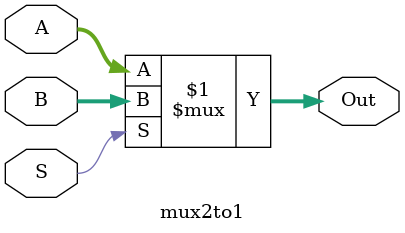
<source format=v>
`timescale 1ns / 1ps

module mux2to1(

    input [1:0] A,
    input [1:0] B,
    input [0:0] S,
    output [1:0] Out
    );
    assign #10 Out = (S) ? B : A;
    
endmodule


</source>
